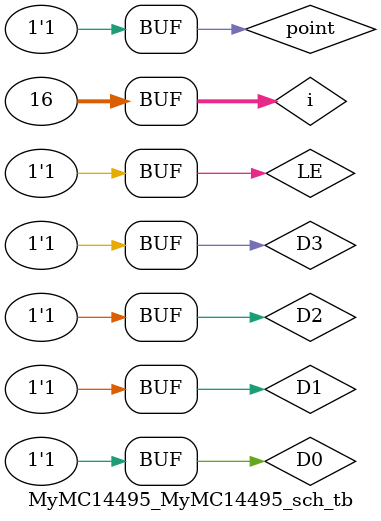
<source format=v>

`timescale 1ns / 1ps

module MyMC14495_MyMC14495_sch_tb();

// Inputs
   reg point;
   reg D0;
   reg D1;
   reg D2;
   reg D3;
   reg LE;

// Output
   wire g;
   wire p;
   wire f;
   wire e;
   wire d;
   wire c;
   wire b;
   wire a;

// Bidirs

// Instantiate the UUT
   MyMC14495 UUT (
		.g(g), 
		.p(p), 
		.point(point), 
		.f(f), 
		.e(e), 
		.d(d), 
		.c(c), 
		.b(b), 
		.a(a), 
		.D0(D0), 
		.D1(D1), 
		.D2(D2), 
		.D3(D3), 
		.LE(LE)
   );
// Initialize Inputs
   //`ifdef auto_init
	integer i;
   initial begin
		point = 0;
		D0 = 0;
		D1 = 0;
		D2 = 0;
		D3 = 0;
		LE = 0;
		for(i=0;i<=15;i=i+1)begin
			#50;
			{D3,D2,D1,D0} = i;
			point = i;
		end
		
		#50;
		LE = 1;
	end
   //`endif
endmodule

</source>
